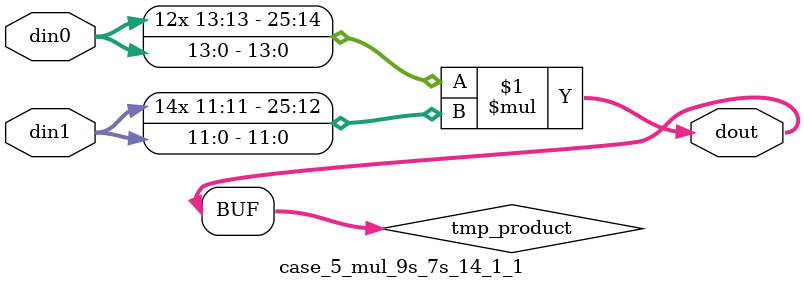
<source format=v>

`timescale 1 ns / 1 ps

 module case_5_mul_9s_7s_14_1_1(din0, din1, dout);
parameter ID = 1;
parameter NUM_STAGE = 0;
parameter din0_WIDTH = 14;
parameter din1_WIDTH = 12;
parameter dout_WIDTH = 26;

input [din0_WIDTH - 1 : 0] din0; 
input [din1_WIDTH - 1 : 0] din1; 
output [dout_WIDTH - 1 : 0] dout;

wire signed [dout_WIDTH - 1 : 0] tmp_product;



























assign tmp_product = $signed(din0) * $signed(din1);








assign dout = tmp_product;





















endmodule

</source>
